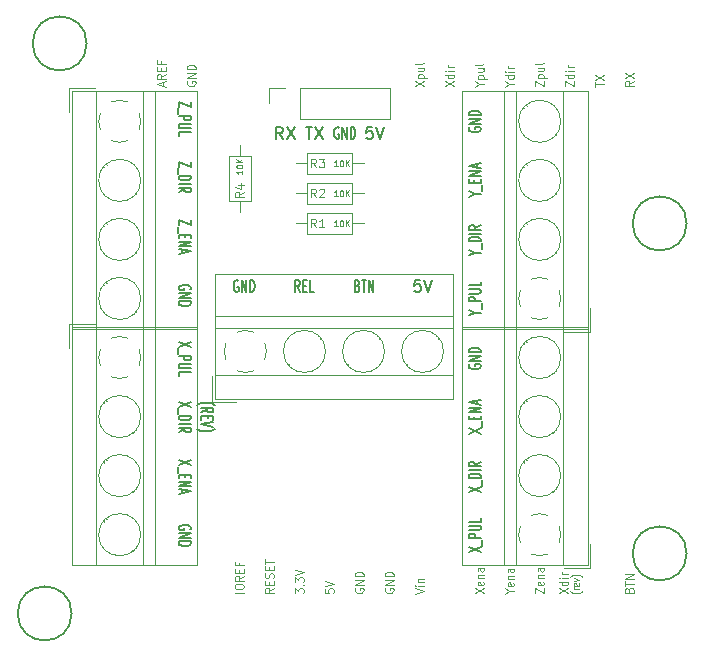
<source format=gbr>
%TF.GenerationSoftware,KiCad,Pcbnew,(5.0.2)-1*%
%TF.CreationDate,2019-01-10T22:37:42-06:00*%
%TF.ProjectId,ArduinoShield,41726475-696e-46f5-9368-69656c642e6b,rev?*%
%TF.SameCoordinates,PX69db1f0PY7882d48*%
%TF.FileFunction,Legend,Top*%
%TF.FilePolarity,Positive*%
%FSLAX46Y46*%
G04 Gerber Fmt 4.6, Leading zero omitted, Abs format (unit mm)*
G04 Created by KiCad (PCBNEW (5.0.2)-1) date 1/10/2019 10:37:42 PM*
%MOMM*%
%LPD*%
G01*
G04 APERTURE LIST*
%ADD10C,0.167500*%
%ADD11C,0.125000*%
%ADD12C,0.120000*%
%ADD13C,0.150000*%
%ADD14C,0.108000*%
G04 APERTURE END LIST*
D10*
X26852666Y20197953D02*
X26900285Y20229858D01*
X27043142Y20293667D01*
X27138380Y20325572D01*
X27281238Y20357477D01*
X27519333Y20389381D01*
X27709809Y20389381D01*
X27947904Y20357477D01*
X28090761Y20325572D01*
X28186000Y20293667D01*
X28328857Y20229858D01*
X28376476Y20197953D01*
X27233619Y19559858D02*
X27709809Y19783191D01*
X27233619Y19942715D02*
X28233619Y19942715D01*
X28233619Y19687477D01*
X28186000Y19623667D01*
X28138380Y19591762D01*
X28043142Y19559858D01*
X27900285Y19559858D01*
X27805047Y19591762D01*
X27757428Y19623667D01*
X27709809Y19687477D01*
X27709809Y19942715D01*
X27757428Y19272715D02*
X27757428Y19049381D01*
X27233619Y18953667D02*
X27233619Y19272715D01*
X28233619Y19272715D01*
X28233619Y18953667D01*
X28233619Y18762239D02*
X27233619Y18538905D01*
X28233619Y18315572D01*
X26852666Y18156048D02*
X26900285Y18124143D01*
X27043142Y18060334D01*
X27138380Y18028429D01*
X27281238Y17996524D01*
X27519333Y17964620D01*
X27709809Y17964620D01*
X27947904Y17996524D01*
X28090761Y18028429D01*
X28186000Y18060334D01*
X28328857Y18124143D01*
X28376476Y18156048D01*
D11*
X24001000Y47198870D02*
X24001000Y47517917D01*
X24215285Y47135060D02*
X23465285Y47358393D01*
X24215285Y47581727D01*
X24215285Y48187917D02*
X23858142Y47964584D01*
X24215285Y47805060D02*
X23465285Y47805060D01*
X23465285Y48060298D01*
X23501000Y48124108D01*
X23536714Y48156012D01*
X23608142Y48187917D01*
X23715285Y48187917D01*
X23786714Y48156012D01*
X23822428Y48124108D01*
X23858142Y48060298D01*
X23858142Y47805060D01*
X23822428Y48475060D02*
X23822428Y48698393D01*
X24215285Y48794108D02*
X24215285Y48475060D01*
X23465285Y48475060D01*
X23465285Y48794108D01*
X23822428Y49304584D02*
X23822428Y49081250D01*
X24215285Y49081250D02*
X23465285Y49081250D01*
X23465285Y49400298D01*
X26041000Y47581727D02*
X26005285Y47517917D01*
X26005285Y47422203D01*
X26041000Y47326489D01*
X26112428Y47262679D01*
X26183857Y47230774D01*
X26326714Y47198870D01*
X26433857Y47198870D01*
X26576714Y47230774D01*
X26648142Y47262679D01*
X26719571Y47326489D01*
X26755285Y47422203D01*
X26755285Y47486012D01*
X26719571Y47581727D01*
X26683857Y47613631D01*
X26433857Y47613631D01*
X26433857Y47486012D01*
X26755285Y47900774D02*
X26005285Y47900774D01*
X26755285Y48283631D01*
X26005285Y48283631D01*
X26755285Y48602679D02*
X26005285Y48602679D01*
X26005285Y48762203D01*
X26041000Y48857917D01*
X26112428Y48921727D01*
X26183857Y48953631D01*
X26326714Y48985536D01*
X26433857Y48985536D01*
X26576714Y48953631D01*
X26648142Y48921727D01*
X26719571Y48857917D01*
X26755285Y48762203D01*
X26755285Y48602679D01*
X30819285Y4304774D02*
X30069285Y4304774D01*
X30069285Y4751441D02*
X30069285Y4879060D01*
X30105000Y4942870D01*
X30176428Y5006679D01*
X30319285Y5038584D01*
X30569285Y5038584D01*
X30712142Y5006679D01*
X30783571Y4942870D01*
X30819285Y4879060D01*
X30819285Y4751441D01*
X30783571Y4687631D01*
X30712142Y4623822D01*
X30569285Y4591917D01*
X30319285Y4591917D01*
X30176428Y4623822D01*
X30105000Y4687631D01*
X30069285Y4751441D01*
X30819285Y5708584D02*
X30462142Y5485250D01*
X30819285Y5325727D02*
X30069285Y5325727D01*
X30069285Y5580965D01*
X30105000Y5644774D01*
X30140714Y5676679D01*
X30212142Y5708584D01*
X30319285Y5708584D01*
X30390714Y5676679D01*
X30426428Y5644774D01*
X30462142Y5580965D01*
X30462142Y5325727D01*
X30426428Y5995727D02*
X30426428Y6219060D01*
X30819285Y6314774D02*
X30819285Y5995727D01*
X30069285Y5995727D01*
X30069285Y6314774D01*
X30426428Y6825250D02*
X30426428Y6601917D01*
X30819285Y6601917D02*
X30069285Y6601917D01*
X30069285Y6920965D01*
X33359285Y4687631D02*
X33002142Y4464298D01*
X33359285Y4304774D02*
X32609285Y4304774D01*
X32609285Y4560012D01*
X32645000Y4623822D01*
X32680714Y4655727D01*
X32752142Y4687631D01*
X32859285Y4687631D01*
X32930714Y4655727D01*
X32966428Y4623822D01*
X33002142Y4560012D01*
X33002142Y4304774D01*
X32966428Y4974774D02*
X32966428Y5198108D01*
X33359285Y5293822D02*
X33359285Y4974774D01*
X32609285Y4974774D01*
X32609285Y5293822D01*
X33323571Y5549060D02*
X33359285Y5644774D01*
X33359285Y5804298D01*
X33323571Y5868108D01*
X33287857Y5900012D01*
X33216428Y5931917D01*
X33145000Y5931917D01*
X33073571Y5900012D01*
X33037857Y5868108D01*
X33002142Y5804298D01*
X32966428Y5676679D01*
X32930714Y5612870D01*
X32895000Y5580965D01*
X32823571Y5549060D01*
X32752142Y5549060D01*
X32680714Y5580965D01*
X32645000Y5612870D01*
X32609285Y5676679D01*
X32609285Y5836203D01*
X32645000Y5931917D01*
X32966428Y6219060D02*
X32966428Y6442393D01*
X33359285Y6538108D02*
X33359285Y6219060D01*
X32609285Y6219060D01*
X32609285Y6538108D01*
X32609285Y6729536D02*
X32609285Y7112393D01*
X33359285Y6920965D02*
X32609285Y6920965D01*
X35149285Y4240965D02*
X35149285Y4655727D01*
X35435000Y4432393D01*
X35435000Y4528108D01*
X35470714Y4591917D01*
X35506428Y4623822D01*
X35577857Y4655727D01*
X35756428Y4655727D01*
X35827857Y4623822D01*
X35863571Y4591917D01*
X35899285Y4528108D01*
X35899285Y4336679D01*
X35863571Y4272870D01*
X35827857Y4240965D01*
X35827857Y4942870D02*
X35863571Y4974774D01*
X35899285Y4942870D01*
X35863571Y4910965D01*
X35827857Y4942870D01*
X35899285Y4942870D01*
X35149285Y5198108D02*
X35149285Y5612870D01*
X35435000Y5389536D01*
X35435000Y5485250D01*
X35470714Y5549060D01*
X35506428Y5580965D01*
X35577857Y5612870D01*
X35756428Y5612870D01*
X35827857Y5580965D01*
X35863571Y5549060D01*
X35899285Y5485250D01*
X35899285Y5293822D01*
X35863571Y5230012D01*
X35827857Y5198108D01*
X35149285Y5804298D02*
X35899285Y6027631D01*
X35149285Y6250965D01*
X37689285Y4623822D02*
X37689285Y4304774D01*
X38046428Y4272870D01*
X38010714Y4304774D01*
X37975000Y4368584D01*
X37975000Y4528108D01*
X38010714Y4591917D01*
X38046428Y4623822D01*
X38117857Y4655727D01*
X38296428Y4655727D01*
X38367857Y4623822D01*
X38403571Y4591917D01*
X38439285Y4528108D01*
X38439285Y4368584D01*
X38403571Y4304774D01*
X38367857Y4272870D01*
X37689285Y4847155D02*
X38439285Y5070489D01*
X37689285Y5293822D01*
X40265000Y4655727D02*
X40229285Y4591917D01*
X40229285Y4496203D01*
X40265000Y4400489D01*
X40336428Y4336679D01*
X40407857Y4304774D01*
X40550714Y4272870D01*
X40657857Y4272870D01*
X40800714Y4304774D01*
X40872142Y4336679D01*
X40943571Y4400489D01*
X40979285Y4496203D01*
X40979285Y4560012D01*
X40943571Y4655727D01*
X40907857Y4687631D01*
X40657857Y4687631D01*
X40657857Y4560012D01*
X40979285Y4974774D02*
X40229285Y4974774D01*
X40979285Y5357631D01*
X40229285Y5357631D01*
X40979285Y5676679D02*
X40229285Y5676679D01*
X40229285Y5836203D01*
X40265000Y5931917D01*
X40336428Y5995727D01*
X40407857Y6027631D01*
X40550714Y6059536D01*
X40657857Y6059536D01*
X40800714Y6027631D01*
X40872142Y5995727D01*
X40943571Y5931917D01*
X40979285Y5836203D01*
X40979285Y5676679D01*
X42805000Y4655727D02*
X42769285Y4591917D01*
X42769285Y4496203D01*
X42805000Y4400489D01*
X42876428Y4336679D01*
X42947857Y4304774D01*
X43090714Y4272870D01*
X43197857Y4272870D01*
X43340714Y4304774D01*
X43412142Y4336679D01*
X43483571Y4400489D01*
X43519285Y4496203D01*
X43519285Y4560012D01*
X43483571Y4655727D01*
X43447857Y4687631D01*
X43197857Y4687631D01*
X43197857Y4560012D01*
X43519285Y4974774D02*
X42769285Y4974774D01*
X43519285Y5357631D01*
X42769285Y5357631D01*
X43519285Y5676679D02*
X42769285Y5676679D01*
X42769285Y5836203D01*
X42805000Y5931917D01*
X42876428Y5995727D01*
X42947857Y6027631D01*
X43090714Y6059536D01*
X43197857Y6059536D01*
X43340714Y6027631D01*
X43412142Y5995727D01*
X43483571Y5931917D01*
X43519285Y5836203D01*
X43519285Y5676679D01*
X45309285Y4209060D02*
X46059285Y4432393D01*
X45309285Y4655727D01*
X46059285Y4879060D02*
X45559285Y4879060D01*
X45309285Y4879060D02*
X45345000Y4847155D01*
X45380714Y4879060D01*
X45345000Y4910965D01*
X45309285Y4879060D01*
X45380714Y4879060D01*
X45559285Y5198108D02*
X46059285Y5198108D01*
X45630714Y5198108D02*
X45595000Y5230012D01*
X45559285Y5293822D01*
X45559285Y5389536D01*
X45595000Y5453346D01*
X45666428Y5485250D01*
X46059285Y5485250D01*
X50389285Y4240965D02*
X51139285Y4687631D01*
X50389285Y4687631D02*
X51139285Y4240965D01*
X51103571Y5198108D02*
X51139285Y5134298D01*
X51139285Y5006679D01*
X51103571Y4942870D01*
X51032142Y4910965D01*
X50746428Y4910965D01*
X50675000Y4942870D01*
X50639285Y5006679D01*
X50639285Y5134298D01*
X50675000Y5198108D01*
X50746428Y5230012D01*
X50817857Y5230012D01*
X50889285Y4910965D01*
X50639285Y5517155D02*
X51139285Y5517155D01*
X50710714Y5517155D02*
X50675000Y5549060D01*
X50639285Y5612870D01*
X50639285Y5708584D01*
X50675000Y5772393D01*
X50746428Y5804298D01*
X51139285Y5804298D01*
X51139285Y6410489D02*
X50746428Y6410489D01*
X50675000Y6378584D01*
X50639285Y6314774D01*
X50639285Y6187155D01*
X50675000Y6123346D01*
X51103571Y6410489D02*
X51139285Y6346679D01*
X51139285Y6187155D01*
X51103571Y6123346D01*
X51032142Y6091441D01*
X50960714Y6091441D01*
X50889285Y6123346D01*
X50853571Y6187155D01*
X50853571Y6346679D01*
X50817857Y6410489D01*
X53322142Y4432393D02*
X53679285Y4432393D01*
X52929285Y4209060D02*
X53322142Y4432393D01*
X52929285Y4655727D01*
X53643571Y5134298D02*
X53679285Y5070489D01*
X53679285Y4942870D01*
X53643571Y4879060D01*
X53572142Y4847155D01*
X53286428Y4847155D01*
X53215000Y4879060D01*
X53179285Y4942870D01*
X53179285Y5070489D01*
X53215000Y5134298D01*
X53286428Y5166203D01*
X53357857Y5166203D01*
X53429285Y4847155D01*
X53179285Y5453346D02*
X53679285Y5453346D01*
X53250714Y5453346D02*
X53215000Y5485250D01*
X53179285Y5549060D01*
X53179285Y5644774D01*
X53215000Y5708584D01*
X53286428Y5740489D01*
X53679285Y5740489D01*
X53679285Y6346679D02*
X53286428Y6346679D01*
X53215000Y6314774D01*
X53179285Y6250965D01*
X53179285Y6123346D01*
X53215000Y6059536D01*
X53643571Y6346679D02*
X53679285Y6282870D01*
X53679285Y6123346D01*
X53643571Y6059536D01*
X53572142Y6027631D01*
X53500714Y6027631D01*
X53429285Y6059536D01*
X53393571Y6123346D01*
X53393571Y6282870D01*
X53357857Y6346679D01*
X55469285Y4240965D02*
X55469285Y4687631D01*
X56219285Y4240965D01*
X56219285Y4687631D01*
X56183571Y5198108D02*
X56219285Y5134298D01*
X56219285Y5006679D01*
X56183571Y4942870D01*
X56112142Y4910965D01*
X55826428Y4910965D01*
X55755000Y4942870D01*
X55719285Y5006679D01*
X55719285Y5134298D01*
X55755000Y5198108D01*
X55826428Y5230012D01*
X55897857Y5230012D01*
X55969285Y4910965D01*
X55719285Y5517155D02*
X56219285Y5517155D01*
X55790714Y5517155D02*
X55755000Y5549060D01*
X55719285Y5612870D01*
X55719285Y5708584D01*
X55755000Y5772393D01*
X55826428Y5804298D01*
X56219285Y5804298D01*
X56219285Y6410489D02*
X55826428Y6410489D01*
X55755000Y6378584D01*
X55719285Y6314774D01*
X55719285Y6187155D01*
X55755000Y6123346D01*
X56183571Y6410489D02*
X56219285Y6346679D01*
X56219285Y6187155D01*
X56183571Y6123346D01*
X56112142Y6091441D01*
X56040714Y6091441D01*
X55969285Y6123346D01*
X55933571Y6187155D01*
X55933571Y6346679D01*
X55897857Y6410489D01*
X59486333Y4407155D02*
X59454428Y4383346D01*
X59358714Y4335727D01*
X59294904Y4311917D01*
X59199190Y4288108D01*
X59039666Y4264298D01*
X58912047Y4264298D01*
X58752523Y4288108D01*
X58656809Y4311917D01*
X58593000Y4335727D01*
X58497285Y4383346D01*
X58465380Y4407155D01*
X59231095Y4597631D02*
X58784428Y4597631D01*
X58912047Y4597631D02*
X58848238Y4621441D01*
X58816333Y4645250D01*
X58784428Y4692870D01*
X58784428Y4740489D01*
X59199190Y5097631D02*
X59231095Y5050012D01*
X59231095Y4954774D01*
X59199190Y4907155D01*
X59135380Y4883346D01*
X58880142Y4883346D01*
X58816333Y4907155D01*
X58784428Y4954774D01*
X58784428Y5050012D01*
X58816333Y5097631D01*
X58880142Y5121441D01*
X58943952Y5121441D01*
X59007761Y4883346D01*
X58784428Y5288108D02*
X59231095Y5407155D01*
X58784428Y5526203D01*
X59486333Y5669060D02*
X59454428Y5692870D01*
X59358714Y5740489D01*
X59294904Y5764298D01*
X59199190Y5788108D01*
X59039666Y5811917D01*
X58912047Y5811917D01*
X58752523Y5788108D01*
X58656809Y5764298D01*
X58593000Y5740489D01*
X58497285Y5692870D01*
X58465380Y5669060D01*
X57501285Y4240965D02*
X58251285Y4687631D01*
X57501285Y4687631D02*
X58251285Y4240965D01*
X58251285Y5230012D02*
X57501285Y5230012D01*
X58215571Y5230012D02*
X58251285Y5166203D01*
X58251285Y5038584D01*
X58215571Y4974774D01*
X58179857Y4942870D01*
X58108428Y4910965D01*
X57894142Y4910965D01*
X57822714Y4942870D01*
X57787000Y4974774D01*
X57751285Y5038584D01*
X57751285Y5166203D01*
X57787000Y5230012D01*
X58251285Y5549060D02*
X57751285Y5549060D01*
X57501285Y5549060D02*
X57537000Y5517155D01*
X57572714Y5549060D01*
X57537000Y5580965D01*
X57501285Y5549060D01*
X57572714Y5549060D01*
X58251285Y5868108D02*
X57751285Y5868108D01*
X57894142Y5868108D02*
X57822714Y5900012D01*
X57787000Y5931917D01*
X57751285Y5995727D01*
X57751285Y6059536D01*
X63446428Y4528108D02*
X63482142Y4623822D01*
X63517857Y4655727D01*
X63589285Y4687631D01*
X63696428Y4687631D01*
X63767857Y4655727D01*
X63803571Y4623822D01*
X63839285Y4560012D01*
X63839285Y4304774D01*
X63089285Y4304774D01*
X63089285Y4528108D01*
X63125000Y4591917D01*
X63160714Y4623822D01*
X63232142Y4655727D01*
X63303571Y4655727D01*
X63375000Y4623822D01*
X63410714Y4591917D01*
X63446428Y4528108D01*
X63446428Y4304774D01*
X63089285Y4879060D02*
X63089285Y5261917D01*
X63839285Y5070489D02*
X63089285Y5070489D01*
X63839285Y5485250D02*
X63089285Y5485250D01*
X63839285Y5868108D01*
X63089285Y5868108D01*
X45309285Y47166965D02*
X46059285Y47613631D01*
X45309285Y47613631D02*
X46059285Y47166965D01*
X45559285Y47868870D02*
X46309285Y47868870D01*
X45595000Y47868870D02*
X45559285Y47932679D01*
X45559285Y48060298D01*
X45595000Y48124108D01*
X45630714Y48156012D01*
X45702142Y48187917D01*
X45916428Y48187917D01*
X45987857Y48156012D01*
X46023571Y48124108D01*
X46059285Y48060298D01*
X46059285Y47932679D01*
X46023571Y47868870D01*
X45559285Y48762203D02*
X46059285Y48762203D01*
X45559285Y48475060D02*
X45952142Y48475060D01*
X46023571Y48506965D01*
X46059285Y48570774D01*
X46059285Y48666489D01*
X46023571Y48730298D01*
X45987857Y48762203D01*
X46059285Y49176965D02*
X46023571Y49113155D01*
X45952142Y49081250D01*
X45309285Y49081250D01*
X47849285Y47166965D02*
X48599285Y47613631D01*
X47849285Y47613631D02*
X48599285Y47166965D01*
X48599285Y48156012D02*
X47849285Y48156012D01*
X48563571Y48156012D02*
X48599285Y48092203D01*
X48599285Y47964584D01*
X48563571Y47900774D01*
X48527857Y47868870D01*
X48456428Y47836965D01*
X48242142Y47836965D01*
X48170714Y47868870D01*
X48135000Y47900774D01*
X48099285Y47964584D01*
X48099285Y48092203D01*
X48135000Y48156012D01*
X48599285Y48475060D02*
X48099285Y48475060D01*
X47849285Y48475060D02*
X47885000Y48443155D01*
X47920714Y48475060D01*
X47885000Y48506965D01*
X47849285Y48475060D01*
X47920714Y48475060D01*
X48599285Y48794108D02*
X48099285Y48794108D01*
X48242142Y48794108D02*
X48170714Y48826012D01*
X48135000Y48857917D01*
X48099285Y48921727D01*
X48099285Y48985536D01*
X50782142Y47358393D02*
X51139285Y47358393D01*
X50389285Y47135060D02*
X50782142Y47358393D01*
X50389285Y47581727D01*
X50639285Y47805060D02*
X51389285Y47805060D01*
X50675000Y47805060D02*
X50639285Y47868870D01*
X50639285Y47996489D01*
X50675000Y48060298D01*
X50710714Y48092203D01*
X50782142Y48124108D01*
X50996428Y48124108D01*
X51067857Y48092203D01*
X51103571Y48060298D01*
X51139285Y47996489D01*
X51139285Y47868870D01*
X51103571Y47805060D01*
X50639285Y48698393D02*
X51139285Y48698393D01*
X50639285Y48411250D02*
X51032142Y48411250D01*
X51103571Y48443155D01*
X51139285Y48506965D01*
X51139285Y48602679D01*
X51103571Y48666489D01*
X51067857Y48698393D01*
X51139285Y49113155D02*
X51103571Y49049346D01*
X51032142Y49017441D01*
X50389285Y49017441D01*
X53322142Y47358393D02*
X53679285Y47358393D01*
X52929285Y47135060D02*
X53322142Y47358393D01*
X52929285Y47581727D01*
X53679285Y48092203D02*
X52929285Y48092203D01*
X53643571Y48092203D02*
X53679285Y48028393D01*
X53679285Y47900774D01*
X53643571Y47836965D01*
X53607857Y47805060D01*
X53536428Y47773155D01*
X53322142Y47773155D01*
X53250714Y47805060D01*
X53215000Y47836965D01*
X53179285Y47900774D01*
X53179285Y48028393D01*
X53215000Y48092203D01*
X53679285Y48411250D02*
X53179285Y48411250D01*
X52929285Y48411250D02*
X52965000Y48379346D01*
X53000714Y48411250D01*
X52965000Y48443155D01*
X52929285Y48411250D01*
X53000714Y48411250D01*
X53679285Y48730298D02*
X53179285Y48730298D01*
X53322142Y48730298D02*
X53250714Y48762203D01*
X53215000Y48794108D01*
X53179285Y48857917D01*
X53179285Y48921727D01*
X55469285Y47166965D02*
X55469285Y47613631D01*
X56219285Y47166965D01*
X56219285Y47613631D01*
X55719285Y47868870D02*
X56469285Y47868870D01*
X55755000Y47868870D02*
X55719285Y47932679D01*
X55719285Y48060298D01*
X55755000Y48124108D01*
X55790714Y48156012D01*
X55862142Y48187917D01*
X56076428Y48187917D01*
X56147857Y48156012D01*
X56183571Y48124108D01*
X56219285Y48060298D01*
X56219285Y47932679D01*
X56183571Y47868870D01*
X55719285Y48762203D02*
X56219285Y48762203D01*
X55719285Y48475060D02*
X56112142Y48475060D01*
X56183571Y48506965D01*
X56219285Y48570774D01*
X56219285Y48666489D01*
X56183571Y48730298D01*
X56147857Y48762203D01*
X56219285Y49176965D02*
X56183571Y49113155D01*
X56112142Y49081250D01*
X55469285Y49081250D01*
X58009285Y47166965D02*
X58009285Y47613631D01*
X58759285Y47166965D01*
X58759285Y47613631D01*
X58759285Y48156012D02*
X58009285Y48156012D01*
X58723571Y48156012D02*
X58759285Y48092203D01*
X58759285Y47964584D01*
X58723571Y47900774D01*
X58687857Y47868870D01*
X58616428Y47836965D01*
X58402142Y47836965D01*
X58330714Y47868870D01*
X58295000Y47900774D01*
X58259285Y47964584D01*
X58259285Y48092203D01*
X58295000Y48156012D01*
X58759285Y48475060D02*
X58259285Y48475060D01*
X58009285Y48475060D02*
X58045000Y48443155D01*
X58080714Y48475060D01*
X58045000Y48506965D01*
X58009285Y48475060D01*
X58080714Y48475060D01*
X58759285Y48794108D02*
X58259285Y48794108D01*
X58402142Y48794108D02*
X58330714Y48826012D01*
X58295000Y48857917D01*
X58259285Y48921727D01*
X58259285Y48985536D01*
X63839285Y47613631D02*
X63482142Y47390298D01*
X63839285Y47230774D02*
X63089285Y47230774D01*
X63089285Y47486012D01*
X63125000Y47549822D01*
X63160714Y47581727D01*
X63232142Y47613631D01*
X63339285Y47613631D01*
X63410714Y47581727D01*
X63446428Y47549822D01*
X63482142Y47486012D01*
X63482142Y47230774D01*
X63089285Y47836965D02*
X63839285Y48283631D01*
X63089285Y48283631D02*
X63839285Y47836965D01*
X60549285Y47135060D02*
X60549285Y47517917D01*
X61299285Y47326489D02*
X60549285Y47326489D01*
X60549285Y47677441D02*
X61299285Y48124108D01*
X60549285Y48124108D02*
X61299285Y47677441D01*
D10*
X49871380Y17757239D02*
X50871380Y18203905D01*
X49871380Y18203905D02*
X50871380Y17757239D01*
X50966619Y18299620D02*
X50966619Y18810096D01*
X50347571Y18969620D02*
X50347571Y19192953D01*
X50871380Y19288667D02*
X50871380Y18969620D01*
X49871380Y18969620D01*
X49871380Y19288667D01*
X50871380Y19575810D02*
X49871380Y19575810D01*
X50871380Y19958667D01*
X49871380Y19958667D01*
X50585666Y20245810D02*
X50585666Y20564858D01*
X50871380Y20182000D02*
X49871380Y20405334D01*
X50871380Y20628667D01*
X49871380Y12788905D02*
X50871380Y13235572D01*
X49871380Y13235572D02*
X50871380Y12788905D01*
X50966619Y13331286D02*
X50966619Y13841762D01*
X50871380Y14001286D02*
X49871380Y14001286D01*
X49871380Y14160810D01*
X49919000Y14256524D01*
X50014238Y14320334D01*
X50109476Y14352239D01*
X50299952Y14384143D01*
X50442809Y14384143D01*
X50633285Y14352239D01*
X50728523Y14320334D01*
X50823761Y14256524D01*
X50871380Y14160810D01*
X50871380Y14001286D01*
X50871380Y14671286D02*
X49871380Y14671286D01*
X50871380Y15373191D02*
X50395190Y15149858D01*
X50871380Y14990334D02*
X49871380Y14990334D01*
X49871380Y15245572D01*
X49919000Y15309381D01*
X49966619Y15341286D01*
X50061857Y15373191D01*
X50204714Y15373191D01*
X50299952Y15341286D01*
X50347571Y15309381D01*
X50395190Y15245572D01*
X50395190Y14990334D01*
X49871380Y7708286D02*
X50871380Y8154953D01*
X49871380Y8154953D02*
X50871380Y7708286D01*
X50966619Y8250667D02*
X50966619Y8761143D01*
X50871380Y8920667D02*
X49871380Y8920667D01*
X49871380Y9175905D01*
X49919000Y9239715D01*
X49966619Y9271620D01*
X50061857Y9303524D01*
X50204714Y9303524D01*
X50299952Y9271620D01*
X50347571Y9239715D01*
X50395190Y9175905D01*
X50395190Y8920667D01*
X49871380Y9590667D02*
X50680904Y9590667D01*
X50776142Y9622572D01*
X50823761Y9654477D01*
X50871380Y9718286D01*
X50871380Y9845905D01*
X50823761Y9909715D01*
X50776142Y9941620D01*
X50680904Y9973524D01*
X49871380Y9973524D01*
X50871380Y10611620D02*
X50871380Y10292572D01*
X49871380Y10292572D01*
X50395190Y38046572D02*
X50871380Y38046572D01*
X49871380Y37823239D02*
X50395190Y38046572D01*
X49871380Y38269905D01*
X50966619Y38333715D02*
X50966619Y38844191D01*
X50347571Y39003715D02*
X50347571Y39227048D01*
X50871380Y39322762D02*
X50871380Y39003715D01*
X49871380Y39003715D01*
X49871380Y39322762D01*
X50871380Y39609905D02*
X49871380Y39609905D01*
X50871380Y39992762D01*
X49871380Y39992762D01*
X50585666Y40279905D02*
X50585666Y40598953D01*
X50871380Y40216096D02*
X49871380Y40439429D01*
X50871380Y40662762D01*
X50395190Y33078239D02*
X50871380Y33078239D01*
X49871380Y32854905D02*
X50395190Y33078239D01*
X49871380Y33301572D01*
X50966619Y33365381D02*
X50966619Y33875858D01*
X50871380Y34035381D02*
X49871380Y34035381D01*
X49871380Y34194905D01*
X49919000Y34290620D01*
X50014238Y34354429D01*
X50109476Y34386334D01*
X50299952Y34418239D01*
X50442809Y34418239D01*
X50633285Y34386334D01*
X50728523Y34354429D01*
X50823761Y34290620D01*
X50871380Y34194905D01*
X50871380Y34035381D01*
X50871380Y34705381D02*
X49871380Y34705381D01*
X50871380Y35407286D02*
X50395190Y35183953D01*
X50871380Y35024429D02*
X49871380Y35024429D01*
X49871380Y35279667D01*
X49919000Y35343477D01*
X49966619Y35375381D01*
X50061857Y35407286D01*
X50204714Y35407286D01*
X50299952Y35375381D01*
X50347571Y35343477D01*
X50395190Y35279667D01*
X50395190Y35024429D01*
X50395190Y27997620D02*
X50871380Y27997620D01*
X49871380Y27774286D02*
X50395190Y27997620D01*
X49871380Y28220953D01*
X50966619Y28284762D02*
X50966619Y28795239D01*
X50871380Y28954762D02*
X49871380Y28954762D01*
X49871380Y29210000D01*
X49919000Y29273810D01*
X49966619Y29305715D01*
X50061857Y29337620D01*
X50204714Y29337620D01*
X50299952Y29305715D01*
X50347571Y29273810D01*
X50395190Y29210000D01*
X50395190Y28954762D01*
X49871380Y29624762D02*
X50680904Y29624762D01*
X50776142Y29656667D01*
X50823761Y29688572D01*
X50871380Y29752381D01*
X50871380Y29880000D01*
X50823761Y29943810D01*
X50776142Y29975715D01*
X50680904Y30007620D01*
X49871380Y30007620D01*
X50871380Y30645715D02*
X50871380Y30326667D01*
X49871380Y30326667D01*
X26328619Y45885715D02*
X26328619Y45439048D01*
X25328619Y45885715D01*
X25328619Y45439048D01*
X25233380Y45343334D02*
X25233380Y44832858D01*
X25328619Y44673334D02*
X26328619Y44673334D01*
X26328619Y44418096D01*
X26281000Y44354286D01*
X26233380Y44322381D01*
X26138142Y44290477D01*
X25995285Y44290477D01*
X25900047Y44322381D01*
X25852428Y44354286D01*
X25804809Y44418096D01*
X25804809Y44673334D01*
X26328619Y44003334D02*
X25519095Y44003334D01*
X25423857Y43971429D01*
X25376238Y43939524D01*
X25328619Y43875715D01*
X25328619Y43748096D01*
X25376238Y43684286D01*
X25423857Y43652381D01*
X25519095Y43620477D01*
X26328619Y43620477D01*
X25328619Y42982381D02*
X25328619Y43301429D01*
X26328619Y43301429D01*
X26328619Y35836762D02*
X26328619Y35390096D01*
X25328619Y35836762D01*
X25328619Y35390096D01*
X25233380Y35294381D02*
X25233380Y34783905D01*
X25852428Y34624381D02*
X25852428Y34401048D01*
X25328619Y34305334D02*
X25328619Y34624381D01*
X26328619Y34624381D01*
X26328619Y34305334D01*
X25328619Y34018191D02*
X26328619Y34018191D01*
X25328619Y33635334D01*
X26328619Y33635334D01*
X25614333Y33348191D02*
X25614333Y33029143D01*
X25328619Y33412000D02*
X26328619Y33188667D01*
X25328619Y32965334D01*
X26328619Y40805096D02*
X26328619Y40358429D01*
X25328619Y40805096D01*
X25328619Y40358429D01*
X25233380Y40262715D02*
X25233380Y39752239D01*
X25328619Y39592715D02*
X26328619Y39592715D01*
X26328619Y39433191D01*
X26281000Y39337477D01*
X26185761Y39273667D01*
X26090523Y39241762D01*
X25900047Y39209858D01*
X25757190Y39209858D01*
X25566714Y39241762D01*
X25471476Y39273667D01*
X25376238Y39337477D01*
X25328619Y39433191D01*
X25328619Y39592715D01*
X25328619Y38922715D02*
X26328619Y38922715D01*
X25328619Y38220810D02*
X25804809Y38444143D01*
X25328619Y38603667D02*
X26328619Y38603667D01*
X26328619Y38348429D01*
X26281000Y38284620D01*
X26233380Y38252715D01*
X26138142Y38220810D01*
X25995285Y38220810D01*
X25900047Y38252715D01*
X25852428Y38284620D01*
X25804809Y38348429D01*
X25804809Y38603667D01*
X26328619Y20485096D02*
X25328619Y20038429D01*
X26328619Y20038429D02*
X25328619Y20485096D01*
X25233380Y19942715D02*
X25233380Y19432239D01*
X25328619Y19272715D02*
X26328619Y19272715D01*
X26328619Y19113191D01*
X26281000Y19017477D01*
X26185761Y18953667D01*
X26090523Y18921762D01*
X25900047Y18889858D01*
X25757190Y18889858D01*
X25566714Y18921762D01*
X25471476Y18953667D01*
X25376238Y19017477D01*
X25328619Y19113191D01*
X25328619Y19272715D01*
X25328619Y18602715D02*
X26328619Y18602715D01*
X25328619Y17900810D02*
X25804809Y18124143D01*
X25328619Y18283667D02*
X26328619Y18283667D01*
X26328619Y18028429D01*
X26281000Y17964620D01*
X26233380Y17932715D01*
X26138142Y17900810D01*
X25995285Y17900810D01*
X25900047Y17932715D01*
X25852428Y17964620D01*
X25804809Y18028429D01*
X25804809Y18283667D01*
X26328619Y15516762D02*
X25328619Y15070096D01*
X26328619Y15070096D02*
X25328619Y15516762D01*
X25233380Y14974381D02*
X25233380Y14463905D01*
X25852428Y14304381D02*
X25852428Y14081048D01*
X25328619Y13985334D02*
X25328619Y14304381D01*
X26328619Y14304381D01*
X26328619Y13985334D01*
X25328619Y13698191D02*
X26328619Y13698191D01*
X25328619Y13315334D01*
X26328619Y13315334D01*
X25614333Y13028191D02*
X25614333Y12709143D01*
X25328619Y13092000D02*
X26328619Y12868667D01*
X25328619Y12645334D01*
X26328619Y25565715D02*
X25328619Y25119048D01*
X26328619Y25119048D02*
X25328619Y25565715D01*
X25233380Y25023334D02*
X25233380Y24512858D01*
X25328619Y24353334D02*
X26328619Y24353334D01*
X26328619Y24098096D01*
X26281000Y24034286D01*
X26233380Y24002381D01*
X26138142Y23970477D01*
X25995285Y23970477D01*
X25900047Y24002381D01*
X25852428Y24034286D01*
X25804809Y24098096D01*
X25804809Y24353334D01*
X26328619Y23683334D02*
X25519095Y23683334D01*
X25423857Y23651429D01*
X25376238Y23619524D01*
X25328619Y23555715D01*
X25328619Y23428096D01*
X25376238Y23364286D01*
X25423857Y23332381D01*
X25519095Y23300477D01*
X26328619Y23300477D01*
X25328619Y22662381D02*
X25328619Y22981429D01*
X26328619Y22981429D01*
X49919000Y43685524D02*
X49871380Y43621715D01*
X49871380Y43526000D01*
X49919000Y43430286D01*
X50014238Y43366477D01*
X50109476Y43334572D01*
X50299952Y43302667D01*
X50442809Y43302667D01*
X50633285Y43334572D01*
X50728523Y43366477D01*
X50823761Y43430286D01*
X50871380Y43526000D01*
X50871380Y43589810D01*
X50823761Y43685524D01*
X50776142Y43717429D01*
X50442809Y43717429D01*
X50442809Y43589810D01*
X50871380Y44004572D02*
X49871380Y44004572D01*
X50871380Y44387429D01*
X49871380Y44387429D01*
X50871380Y44706477D02*
X49871380Y44706477D01*
X49871380Y44866000D01*
X49919000Y44961715D01*
X50014238Y45025524D01*
X50109476Y45057429D01*
X50299952Y45089334D01*
X50442809Y45089334D01*
X50633285Y45057429D01*
X50728523Y45025524D01*
X50823761Y44961715D01*
X50871380Y44866000D01*
X50871380Y44706477D01*
X49919000Y23619524D02*
X49871380Y23555715D01*
X49871380Y23460000D01*
X49919000Y23364286D01*
X50014238Y23300477D01*
X50109476Y23268572D01*
X50299952Y23236667D01*
X50442809Y23236667D01*
X50633285Y23268572D01*
X50728523Y23300477D01*
X50823761Y23364286D01*
X50871380Y23460000D01*
X50871380Y23523810D01*
X50823761Y23619524D01*
X50776142Y23651429D01*
X50442809Y23651429D01*
X50442809Y23523810D01*
X50871380Y23938572D02*
X49871380Y23938572D01*
X50871380Y24321429D01*
X49871380Y24321429D01*
X50871380Y24640477D02*
X49871380Y24640477D01*
X49871380Y24800000D01*
X49919000Y24895715D01*
X50014238Y24959524D01*
X50109476Y24991429D01*
X50299952Y25023334D01*
X50442809Y25023334D01*
X50633285Y24991429D01*
X50728523Y24959524D01*
X50823761Y24895715D01*
X50871380Y24800000D01*
X50871380Y24640477D01*
X26281000Y29974477D02*
X26328619Y30038286D01*
X26328619Y30134000D01*
X26281000Y30229715D01*
X26185761Y30293524D01*
X26090523Y30325429D01*
X25900047Y30357334D01*
X25757190Y30357334D01*
X25566714Y30325429D01*
X25471476Y30293524D01*
X25376238Y30229715D01*
X25328619Y30134000D01*
X25328619Y30070191D01*
X25376238Y29974477D01*
X25423857Y29942572D01*
X25757190Y29942572D01*
X25757190Y30070191D01*
X25328619Y29655429D02*
X26328619Y29655429D01*
X25328619Y29272572D01*
X26328619Y29272572D01*
X25328619Y28953524D02*
X26328619Y28953524D01*
X26328619Y28794000D01*
X26281000Y28698286D01*
X26185761Y28634477D01*
X26090523Y28602572D01*
X25900047Y28570667D01*
X25757190Y28570667D01*
X25566714Y28602572D01*
X25471476Y28634477D01*
X25376238Y28698286D01*
X25328619Y28794000D01*
X25328619Y28953524D01*
X26281000Y9654477D02*
X26328619Y9718286D01*
X26328619Y9814000D01*
X26281000Y9909715D01*
X26185761Y9973524D01*
X26090523Y10005429D01*
X25900047Y10037334D01*
X25757190Y10037334D01*
X25566714Y10005429D01*
X25471476Y9973524D01*
X25376238Y9909715D01*
X25328619Y9814000D01*
X25328619Y9750191D01*
X25376238Y9654477D01*
X25423857Y9622572D01*
X25757190Y9622572D01*
X25757190Y9750191D01*
X25328619Y9335429D02*
X26328619Y9335429D01*
X25328619Y8952572D01*
X26328619Y8952572D01*
X25328619Y8633524D02*
X26328619Y8633524D01*
X26328619Y8474000D01*
X26281000Y8378286D01*
X26185761Y8314477D01*
X26090523Y8282572D01*
X25900047Y8250667D01*
X25757190Y8250667D01*
X25566714Y8282572D01*
X25471476Y8314477D01*
X25376238Y8378286D01*
X25328619Y8474000D01*
X25328619Y8633524D01*
X45783523Y30773620D02*
X45307333Y30773620D01*
X45259714Y30297429D01*
X45307333Y30345048D01*
X45402571Y30392667D01*
X45640666Y30392667D01*
X45735904Y30345048D01*
X45783523Y30297429D01*
X45831142Y30202191D01*
X45831142Y29964096D01*
X45783523Y29868858D01*
X45735904Y29821239D01*
X45640666Y29773620D01*
X45402571Y29773620D01*
X45307333Y29821239D01*
X45259714Y29868858D01*
X46116857Y30773620D02*
X46450190Y29773620D01*
X46783523Y30773620D01*
X40462666Y30297429D02*
X40558380Y30249810D01*
X40590285Y30202191D01*
X40622190Y30106953D01*
X40622190Y29964096D01*
X40590285Y29868858D01*
X40558380Y29821239D01*
X40494571Y29773620D01*
X40239333Y29773620D01*
X40239333Y30773620D01*
X40462666Y30773620D01*
X40526476Y30726000D01*
X40558380Y30678381D01*
X40590285Y30583143D01*
X40590285Y30487905D01*
X40558380Y30392667D01*
X40526476Y30345048D01*
X40462666Y30297429D01*
X40239333Y30297429D01*
X40813619Y30773620D02*
X41196476Y30773620D01*
X41005047Y29773620D02*
X41005047Y30773620D01*
X41419809Y29773620D02*
X41419809Y30773620D01*
X41802666Y29773620D01*
X41802666Y30773620D01*
X35574095Y29773620D02*
X35350761Y30249810D01*
X35191238Y29773620D02*
X35191238Y30773620D01*
X35446476Y30773620D01*
X35510285Y30726000D01*
X35542190Y30678381D01*
X35574095Y30583143D01*
X35574095Y30440286D01*
X35542190Y30345048D01*
X35510285Y30297429D01*
X35446476Y30249810D01*
X35191238Y30249810D01*
X35861238Y30297429D02*
X36084571Y30297429D01*
X36180285Y29773620D02*
X35861238Y29773620D01*
X35861238Y30773620D01*
X36180285Y30773620D01*
X36786476Y29773620D02*
X36467428Y29773620D01*
X36467428Y30773620D01*
X30350523Y30726000D02*
X30286714Y30773620D01*
X30191000Y30773620D01*
X30095285Y30726000D01*
X30031476Y30630762D01*
X29999571Y30535524D01*
X29967666Y30345048D01*
X29967666Y30202191D01*
X29999571Y30011715D01*
X30031476Y29916477D01*
X30095285Y29821239D01*
X30191000Y29773620D01*
X30254809Y29773620D01*
X30350523Y29821239D01*
X30382428Y29868858D01*
X30382428Y30202191D01*
X30254809Y30202191D01*
X30669571Y29773620D02*
X30669571Y30773620D01*
X31052428Y29773620D01*
X31052428Y30773620D01*
X31371476Y29773620D02*
X31371476Y30773620D01*
X31531000Y30773620D01*
X31626714Y30726000D01*
X31690523Y30630762D01*
X31722428Y30535524D01*
X31754333Y30345048D01*
X31754333Y30202191D01*
X31722428Y30011715D01*
X31690523Y29916477D01*
X31626714Y29821239D01*
X31531000Y29773620D01*
X31371476Y29773620D01*
X41719523Y43727620D02*
X41243333Y43727620D01*
X41195714Y43251429D01*
X41243333Y43299048D01*
X41338571Y43346667D01*
X41576666Y43346667D01*
X41671904Y43299048D01*
X41719523Y43251429D01*
X41767142Y43156191D01*
X41767142Y42918096D01*
X41719523Y42822858D01*
X41671904Y42775239D01*
X41576666Y42727620D01*
X41338571Y42727620D01*
X41243333Y42775239D01*
X41195714Y42822858D01*
X42052857Y43727620D02*
X42386190Y42727620D01*
X42719523Y43727620D01*
X38859523Y43680000D02*
X38795714Y43727620D01*
X38700000Y43727620D01*
X38604285Y43680000D01*
X38540476Y43584762D01*
X38508571Y43489524D01*
X38476666Y43299048D01*
X38476666Y43156191D01*
X38508571Y42965715D01*
X38540476Y42870477D01*
X38604285Y42775239D01*
X38700000Y42727620D01*
X38763809Y42727620D01*
X38859523Y42775239D01*
X38891428Y42822858D01*
X38891428Y43156191D01*
X38763809Y43156191D01*
X39178571Y42727620D02*
X39178571Y43727620D01*
X39561428Y42727620D01*
X39561428Y43727620D01*
X39880476Y42727620D02*
X39880476Y43727620D01*
X40040000Y43727620D01*
X40135714Y43680000D01*
X40199523Y43584762D01*
X40231428Y43489524D01*
X40263333Y43299048D01*
X40263333Y43156191D01*
X40231428Y42965715D01*
X40199523Y42870477D01*
X40135714Y42775239D01*
X40040000Y42727620D01*
X39880476Y42727620D01*
X36068095Y43727620D02*
X36639523Y43727620D01*
X36353809Y42727620D02*
X36353809Y43727620D01*
X36877619Y43727620D02*
X37544285Y42727620D01*
X37544285Y43727620D02*
X36877619Y42727620D01*
X34123333Y42727620D02*
X33790000Y43203810D01*
X33551904Y42727620D02*
X33551904Y43727620D01*
X33932857Y43727620D01*
X34028095Y43680000D01*
X34075714Y43632381D01*
X34123333Y43537143D01*
X34123333Y43394286D01*
X34075714Y43299048D01*
X34028095Y43251429D01*
X33932857Y43203810D01*
X33551904Y43203810D01*
X34456666Y43727620D02*
X35123333Y42727620D01*
X35123333Y43727620D02*
X34456666Y42727620D01*
D12*
X40970000Y40640000D02*
X40020000Y40640000D01*
X35230000Y40640000D02*
X36180000Y40640000D01*
X40020000Y41560000D02*
X36180000Y41560000D01*
X40020000Y39720000D02*
X40020000Y41560000D01*
X36180000Y39720000D02*
X40020000Y39720000D01*
X36180000Y41560000D02*
X36180000Y39720000D01*
X60180000Y26410000D02*
X60180000Y28410000D01*
X57940000Y26410000D02*
X60180000Y26410000D01*
X56963000Y42910000D02*
X57013000Y42860000D01*
X54530000Y45343000D02*
X54554000Y45318000D01*
X57205000Y43102000D02*
X57230000Y43078000D01*
X54747000Y45560000D02*
X54797000Y45511000D01*
X56963000Y37910000D02*
X57013000Y37860000D01*
X54530000Y40343000D02*
X54554000Y40318000D01*
X57205000Y38102000D02*
X57230000Y38078000D01*
X54747000Y40560000D02*
X54797000Y40511000D01*
X56963000Y32910000D02*
X57013000Y32860000D01*
X54530000Y35343000D02*
X54554000Y35318000D01*
X57205000Y33102000D02*
X57230000Y33078000D01*
X54747000Y35560000D02*
X54797000Y35511000D01*
X49320000Y46771000D02*
X59940000Y46771000D01*
X49320000Y26650000D02*
X59940000Y26650000D01*
X59940000Y26650000D02*
X59940000Y46771000D01*
X49320000Y26650000D02*
X49320000Y46771000D01*
X52880000Y26650000D02*
X52880000Y46771000D01*
X53880000Y26650000D02*
X53880000Y46771000D01*
X57880000Y26650000D02*
X57880000Y46771000D01*
X57660000Y44210000D02*
G75*
G03X57660000Y44210000I-1780000J0D01*
G01*
X57660000Y39210000D02*
G75*
G03X57660000Y39210000I-1780000J0D01*
G01*
X57660000Y34210000D02*
G75*
G03X57660000Y34210000I-1780000J0D01*
G01*
X57660389Y29240814D02*
G75*
G02X57519000Y28514000I-1780389J-30814D01*
G01*
X56575516Y27570795D02*
G75*
G02X55184000Y27571000I-695516J1639205D01*
G01*
X54240795Y28514484D02*
G75*
G02X54241000Y29906000I1639205J695516D01*
G01*
X55184484Y30849205D02*
G75*
G02X56576000Y30849000I695516J-1639205D01*
G01*
X57518499Y29905501D02*
G75*
G02X57660000Y29210000I-1638499J-695501D01*
G01*
X28165001Y20424999D02*
X30165001Y20424999D01*
X28165001Y22664999D02*
X28165001Y20424999D01*
X44665001Y23641999D02*
X44615001Y23591999D01*
X47098001Y26074999D02*
X47073001Y26050999D01*
X44857001Y23399999D02*
X44833001Y23374999D01*
X47315001Y25857999D02*
X47266001Y25807999D01*
X39665001Y23641999D02*
X39615001Y23591999D01*
X42098001Y26074999D02*
X42073001Y26050999D01*
X39857001Y23399999D02*
X39833001Y23374999D01*
X42315001Y25857999D02*
X42266001Y25807999D01*
X34665001Y23641999D02*
X34615001Y23591999D01*
X37098001Y26074999D02*
X37073001Y26050999D01*
X34857001Y23399999D02*
X34833001Y23374999D01*
X37315001Y25857999D02*
X37266001Y25807999D01*
X48526001Y31284999D02*
X48526001Y20664999D01*
X28405001Y31284999D02*
X28405001Y20664999D01*
X28405001Y20664999D02*
X48526001Y20664999D01*
X28405001Y31284999D02*
X48526001Y31284999D01*
X28405001Y27724999D02*
X48526001Y27724999D01*
X28405001Y26724999D02*
X48526001Y26724999D01*
X28405001Y22724999D02*
X48526001Y22724999D01*
X47745001Y24724999D02*
G75*
G03X47745001Y24724999I-1780000J0D01*
G01*
X42745001Y24724999D02*
G75*
G03X42745001Y24724999I-1780000J0D01*
G01*
X37745001Y24724999D02*
G75*
G03X37745001Y24724999I-1780000J0D01*
G01*
X30995815Y22944610D02*
G75*
G02X30269001Y23085999I-30814J1780389D01*
G01*
X29325796Y24029483D02*
G75*
G02X29326001Y25420999I1639205J695516D01*
G01*
X30269485Y26364204D02*
G75*
G02X31661001Y26363999I695516J-1639205D01*
G01*
X32604206Y25420515D02*
G75*
G02X32604001Y24028999I-1639205J-695516D01*
G01*
X31660502Y23086500D02*
G75*
G02X30965001Y22944999I-695501J1638499D01*
G01*
X16020000Y27010000D02*
X16020000Y25010000D01*
X18260000Y27010000D02*
X16020000Y27010000D01*
X19237000Y10510000D02*
X19187000Y10560000D01*
X21670000Y8077000D02*
X21646000Y8102000D01*
X18995000Y10318000D02*
X18970000Y10342000D01*
X21453000Y7860000D02*
X21403000Y7909000D01*
X19237000Y15510000D02*
X19187000Y15560000D01*
X21670000Y13077000D02*
X21646000Y13102000D01*
X18995000Y15318000D02*
X18970000Y15342000D01*
X21453000Y12860000D02*
X21403000Y12909000D01*
X19237000Y20510000D02*
X19187000Y20560000D01*
X21670000Y18077000D02*
X21646000Y18102000D01*
X18995000Y20318000D02*
X18970000Y20342000D01*
X21453000Y17860000D02*
X21403000Y17909000D01*
X26880000Y6649000D02*
X16260000Y6649000D01*
X26880000Y26770000D02*
X16260000Y26770000D01*
X16260000Y26770000D02*
X16260000Y6649000D01*
X26880000Y26770000D02*
X26880000Y6649000D01*
X23320000Y26770000D02*
X23320000Y6649000D01*
X22320000Y26770000D02*
X22320000Y6649000D01*
X18320000Y26770000D02*
X18320000Y6649000D01*
X22100000Y9210000D02*
G75*
G03X22100000Y9210000I-1780000J0D01*
G01*
X22100000Y14210000D02*
G75*
G03X22100000Y14210000I-1780000J0D01*
G01*
X22100000Y19210000D02*
G75*
G03X22100000Y19210000I-1780000J0D01*
G01*
X18539611Y24179186D02*
G75*
G02X18681000Y24906000I1780389J30814D01*
G01*
X19624484Y25849205D02*
G75*
G02X21016000Y25849000I695516J-1639205D01*
G01*
X21959205Y24905516D02*
G75*
G02X21959000Y23514000I-1639205J-695516D01*
G01*
X21015516Y22570795D02*
G75*
G02X19624000Y22571000I-695516J1639205D01*
G01*
X18681501Y23514499D02*
G75*
G02X18540000Y24210000I1638499J695501D01*
G01*
X60180000Y6410000D02*
X60180000Y8410000D01*
X57940000Y6410000D02*
X60180000Y6410000D01*
X56963000Y22910000D02*
X57013000Y22860000D01*
X54530000Y25343000D02*
X54554000Y25318000D01*
X57205000Y23102000D02*
X57230000Y23078000D01*
X54747000Y25560000D02*
X54797000Y25511000D01*
X56963000Y17910000D02*
X57013000Y17860000D01*
X54530000Y20343000D02*
X54554000Y20318000D01*
X57205000Y18102000D02*
X57230000Y18078000D01*
X54747000Y20560000D02*
X54797000Y20511000D01*
X56963000Y12910000D02*
X57013000Y12860000D01*
X54530000Y15343000D02*
X54554000Y15318000D01*
X57205000Y13102000D02*
X57230000Y13078000D01*
X54747000Y15560000D02*
X54797000Y15511000D01*
X49320000Y26771000D02*
X59940000Y26771000D01*
X49320000Y6650000D02*
X59940000Y6650000D01*
X59940000Y6650000D02*
X59940000Y26771000D01*
X49320000Y6650000D02*
X49320000Y26771000D01*
X52880000Y6650000D02*
X52880000Y26771000D01*
X53880000Y6650000D02*
X53880000Y26771000D01*
X57880000Y6650000D02*
X57880000Y26771000D01*
X57660000Y24210000D02*
G75*
G03X57660000Y24210000I-1780000J0D01*
G01*
X57660000Y19210000D02*
G75*
G03X57660000Y19210000I-1780000J0D01*
G01*
X57660000Y14210000D02*
G75*
G03X57660000Y14210000I-1780000J0D01*
G01*
X57660389Y9240814D02*
G75*
G02X57519000Y8514000I-1780389J-30814D01*
G01*
X56575516Y7570795D02*
G75*
G02X55184000Y7571000I-695516J1639205D01*
G01*
X54240795Y8514484D02*
G75*
G02X54241000Y9906000I1639205J695516D01*
G01*
X55184484Y10849205D02*
G75*
G02X56576000Y10849000I695516J-1639205D01*
G01*
X57518499Y9905501D02*
G75*
G02X57660000Y9210000I-1638499J-695501D01*
G01*
X30480000Y36500000D02*
X30480000Y37450000D01*
X30480000Y42240000D02*
X30480000Y41290000D01*
X31400000Y37450000D02*
X31400000Y41290000D01*
X29560000Y37450000D02*
X31400000Y37450000D01*
X29560000Y41290000D02*
X29560000Y37450000D01*
X31400000Y41290000D02*
X29560000Y41290000D01*
X32960000Y45720000D02*
X32960000Y47050000D01*
X32960000Y47050000D02*
X34290000Y47050000D01*
X35560000Y47050000D02*
X43240000Y47050000D01*
X43240000Y44390000D02*
X43240000Y47050000D01*
X35560000Y44390000D02*
X43240000Y44390000D01*
X35560000Y44390000D02*
X35560000Y47050000D01*
X40970000Y38100000D02*
X40020000Y38100000D01*
X35230000Y38100000D02*
X36180000Y38100000D01*
X40020000Y39020000D02*
X36180000Y39020000D01*
X40020000Y37180000D02*
X40020000Y39020000D01*
X36180000Y37180000D02*
X40020000Y37180000D01*
X36180000Y39020000D02*
X36180000Y37180000D01*
X40970000Y35560000D02*
X40020000Y35560000D01*
X35230000Y35560000D02*
X36180000Y35560000D01*
X40020000Y36480000D02*
X36180000Y36480000D01*
X40020000Y34640000D02*
X40020000Y36480000D01*
X36180000Y34640000D02*
X40020000Y34640000D01*
X36180000Y36480000D02*
X36180000Y34640000D01*
X16020000Y47010000D02*
X16020000Y45010000D01*
X18260000Y47010000D02*
X16020000Y47010000D01*
X19237000Y30510000D02*
X19187000Y30560000D01*
X21670000Y28077000D02*
X21646000Y28102000D01*
X18995000Y30318000D02*
X18970000Y30342000D01*
X21453000Y27860000D02*
X21403000Y27909000D01*
X19237000Y35510000D02*
X19187000Y35560000D01*
X21670000Y33077000D02*
X21646000Y33102000D01*
X18995000Y35318000D02*
X18970000Y35342000D01*
X21453000Y32860000D02*
X21403000Y32909000D01*
X19237000Y40510000D02*
X19187000Y40560000D01*
X21670000Y38077000D02*
X21646000Y38102000D01*
X18995000Y40318000D02*
X18970000Y40342000D01*
X21453000Y37860000D02*
X21403000Y37909000D01*
X26880000Y26649000D02*
X16260000Y26649000D01*
X26880000Y46770000D02*
X16260000Y46770000D01*
X16260000Y46770000D02*
X16260000Y26649000D01*
X26880000Y46770000D02*
X26880000Y26649000D01*
X23320000Y46770000D02*
X23320000Y26649000D01*
X22320000Y46770000D02*
X22320000Y26649000D01*
X18320000Y46770000D02*
X18320000Y26649000D01*
X22100000Y29210000D02*
G75*
G03X22100000Y29210000I-1780000J0D01*
G01*
X22100000Y34210000D02*
G75*
G03X22100000Y34210000I-1780000J0D01*
G01*
X22100000Y39210000D02*
G75*
G03X22100000Y39210000I-1780000J0D01*
G01*
X18539611Y44179186D02*
G75*
G02X18681000Y44906000I1780389J30814D01*
G01*
X19624484Y45849205D02*
G75*
G02X21016000Y45849000I695516J-1639205D01*
G01*
X21959205Y44905516D02*
G75*
G02X21959000Y43514000I-1639205J-695516D01*
G01*
X21015516Y42570795D02*
G75*
G02X19624000Y42571000I-695516J1639205D01*
G01*
X18681501Y43514499D02*
G75*
G02X18540000Y44210000I1638499J695501D01*
G01*
D13*
X16256000Y2540000D02*
G75*
G03X16256000Y2540000I-2286000J0D01*
G01*
X68326000Y7620000D02*
G75*
G03X68326000Y7620000I-2286000J0D01*
G01*
X17526000Y50800000D02*
G75*
G03X17526000Y50800000I-2286000J0D01*
G01*
X68326000Y35560000D02*
G75*
G03X68326000Y35560000I-2286000J0D01*
G01*
D11*
X38770761Y40413810D02*
X38485047Y40413810D01*
X38627904Y40413810D02*
X38627904Y40913810D01*
X38580285Y40842381D01*
X38532666Y40794762D01*
X38485047Y40770953D01*
X39080285Y40913810D02*
X39127904Y40913810D01*
X39175523Y40890000D01*
X39199333Y40866191D01*
X39223142Y40818572D01*
X39246952Y40723334D01*
X39246952Y40604286D01*
X39223142Y40509048D01*
X39199333Y40461429D01*
X39175523Y40437620D01*
X39127904Y40413810D01*
X39080285Y40413810D01*
X39032666Y40437620D01*
X39008857Y40461429D01*
X38985047Y40509048D01*
X38961238Y40604286D01*
X38961238Y40723334D01*
X38985047Y40818572D01*
X39008857Y40866191D01*
X39032666Y40890000D01*
X39080285Y40913810D01*
X39461238Y40413810D02*
X39461238Y40913810D01*
X39746952Y40413810D02*
X39532666Y40699524D01*
X39746952Y40913810D02*
X39461238Y40628096D01*
D14*
X36964000Y40314286D02*
X36724000Y40657143D01*
X36552571Y40314286D02*
X36552571Y41034286D01*
X36826857Y41034286D01*
X36895428Y41000000D01*
X36929714Y40965715D01*
X36964000Y40897143D01*
X36964000Y40794286D01*
X36929714Y40725715D01*
X36895428Y40691429D01*
X36826857Y40657143D01*
X36552571Y40657143D01*
X37204000Y41034286D02*
X37649714Y41034286D01*
X37409714Y40760000D01*
X37512571Y40760000D01*
X37581142Y40725715D01*
X37615428Y40691429D01*
X37649714Y40622858D01*
X37649714Y40451429D01*
X37615428Y40382858D01*
X37581142Y40348572D01*
X37512571Y40314286D01*
X37306857Y40314286D01*
X37238285Y40348572D01*
X37204000Y40382858D01*
D11*
X30706190Y40040762D02*
X30706190Y39755048D01*
X30706190Y39897905D02*
X30206190Y39897905D01*
X30277619Y39850286D01*
X30325238Y39802667D01*
X30349047Y39755048D01*
X30206190Y40350286D02*
X30206190Y40397905D01*
X30230000Y40445524D01*
X30253809Y40469334D01*
X30301428Y40493143D01*
X30396666Y40516953D01*
X30515714Y40516953D01*
X30610952Y40493143D01*
X30658571Y40469334D01*
X30682380Y40445524D01*
X30706190Y40397905D01*
X30706190Y40350286D01*
X30682380Y40302667D01*
X30658571Y40278858D01*
X30610952Y40255048D01*
X30515714Y40231239D01*
X30396666Y40231239D01*
X30301428Y40255048D01*
X30253809Y40278858D01*
X30230000Y40302667D01*
X30206190Y40350286D01*
X30706190Y40731239D02*
X30206190Y40731239D01*
X30706190Y41016953D02*
X30420476Y40802667D01*
X30206190Y41016953D02*
X30491904Y40731239D01*
D14*
X30805714Y38234000D02*
X30462857Y37994000D01*
X30805714Y37822572D02*
X30085714Y37822572D01*
X30085714Y38096858D01*
X30120000Y38165429D01*
X30154285Y38199715D01*
X30222857Y38234000D01*
X30325714Y38234000D01*
X30394285Y38199715D01*
X30428571Y38165429D01*
X30462857Y38096858D01*
X30462857Y37822572D01*
X30325714Y38851143D02*
X30805714Y38851143D01*
X30051428Y38679715D02*
X30565714Y38508286D01*
X30565714Y38954000D01*
D11*
X38770761Y37873810D02*
X38485047Y37873810D01*
X38627904Y37873810D02*
X38627904Y38373810D01*
X38580285Y38302381D01*
X38532666Y38254762D01*
X38485047Y38230953D01*
X39080285Y38373810D02*
X39127904Y38373810D01*
X39175523Y38350000D01*
X39199333Y38326191D01*
X39223142Y38278572D01*
X39246952Y38183334D01*
X39246952Y38064286D01*
X39223142Y37969048D01*
X39199333Y37921429D01*
X39175523Y37897620D01*
X39127904Y37873810D01*
X39080285Y37873810D01*
X39032666Y37897620D01*
X39008857Y37921429D01*
X38985047Y37969048D01*
X38961238Y38064286D01*
X38961238Y38183334D01*
X38985047Y38278572D01*
X39008857Y38326191D01*
X39032666Y38350000D01*
X39080285Y38373810D01*
X39461238Y37873810D02*
X39461238Y38373810D01*
X39746952Y37873810D02*
X39532666Y38159524D01*
X39746952Y38373810D02*
X39461238Y38088096D01*
D14*
X36964000Y37774286D02*
X36724000Y38117143D01*
X36552571Y37774286D02*
X36552571Y38494286D01*
X36826857Y38494286D01*
X36895428Y38460000D01*
X36929714Y38425715D01*
X36964000Y38357143D01*
X36964000Y38254286D01*
X36929714Y38185715D01*
X36895428Y38151429D01*
X36826857Y38117143D01*
X36552571Y38117143D01*
X37238285Y38425715D02*
X37272571Y38460000D01*
X37341142Y38494286D01*
X37512571Y38494286D01*
X37581142Y38460000D01*
X37615428Y38425715D01*
X37649714Y38357143D01*
X37649714Y38288572D01*
X37615428Y38185715D01*
X37204000Y37774286D01*
X37649714Y37774286D01*
D11*
X38770761Y35333810D02*
X38485047Y35333810D01*
X38627904Y35333810D02*
X38627904Y35833810D01*
X38580285Y35762381D01*
X38532666Y35714762D01*
X38485047Y35690953D01*
X39080285Y35833810D02*
X39127904Y35833810D01*
X39175523Y35810000D01*
X39199333Y35786191D01*
X39223142Y35738572D01*
X39246952Y35643334D01*
X39246952Y35524286D01*
X39223142Y35429048D01*
X39199333Y35381429D01*
X39175523Y35357620D01*
X39127904Y35333810D01*
X39080285Y35333810D01*
X39032666Y35357620D01*
X39008857Y35381429D01*
X38985047Y35429048D01*
X38961238Y35524286D01*
X38961238Y35643334D01*
X38985047Y35738572D01*
X39008857Y35786191D01*
X39032666Y35810000D01*
X39080285Y35833810D01*
X39461238Y35333810D02*
X39461238Y35833810D01*
X39746952Y35333810D02*
X39532666Y35619524D01*
X39746952Y35833810D02*
X39461238Y35548096D01*
D14*
X36964000Y35234286D02*
X36724000Y35577143D01*
X36552571Y35234286D02*
X36552571Y35954286D01*
X36826857Y35954286D01*
X36895428Y35920000D01*
X36929714Y35885715D01*
X36964000Y35817143D01*
X36964000Y35714286D01*
X36929714Y35645715D01*
X36895428Y35611429D01*
X36826857Y35577143D01*
X36552571Y35577143D01*
X37649714Y35234286D02*
X37238285Y35234286D01*
X37444000Y35234286D02*
X37444000Y35954286D01*
X37375428Y35851429D01*
X37306857Y35782858D01*
X37238285Y35748572D01*
M02*

</source>
